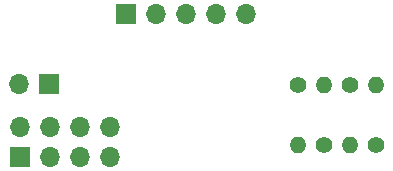
<source format=gbr>
%TF.GenerationSoftware,KiCad,Pcbnew,(5.1.8)-1*%
%TF.CreationDate,2020-12-30T10:18:30-07:00*%
%TF.ProjectId,Axle-Tx-PCB(STM32)v2,41786c65-2d54-4782-9d50-43422853544d,rev?*%
%TF.SameCoordinates,PX1a73ae0PY3563620*%
%TF.FileFunction,Soldermask,Bot*%
%TF.FilePolarity,Negative*%
%FSLAX46Y46*%
G04 Gerber Fmt 4.6, Leading zero omitted, Abs format (unit mm)*
G04 Created by KiCad (PCBNEW (5.1.8)-1) date 2020-12-30 10:18:30*
%MOMM*%
%LPD*%
G01*
G04 APERTURE LIST*
%ADD10O,1.400000X1.400000*%
%ADD11C,1.400000*%
%ADD12O,1.700000X1.700000*%
%ADD13R,1.700000X1.700000*%
G04 APERTURE END LIST*
D10*
%TO.C,SG4*%
X33883600Y10617200D03*
D11*
X33883600Y5537200D03*
%TD*%
D12*
%TO.C,J2*%
X11404600Y7112000D03*
X11404600Y4572000D03*
X8864600Y7112000D03*
X8864600Y4572000D03*
X6324600Y7112000D03*
X6324600Y4572000D03*
X3784600Y7112000D03*
D13*
X3784600Y4572000D03*
%TD*%
D12*
%TO.C,J1*%
X22936200Y16637000D03*
X20396200Y16637000D03*
X17856200Y16637000D03*
X15316200Y16637000D03*
D13*
X12776200Y16637000D03*
%TD*%
D10*
%TO.C,SG3*%
X31699200Y5542280D03*
D11*
X31699200Y10622280D03*
%TD*%
D10*
%TO.C,SG2*%
X29504640Y10637520D03*
D11*
X29504640Y5557520D03*
%TD*%
D10*
%TO.C,SG1*%
X27284680Y5572760D03*
D11*
X27284680Y10652760D03*
%TD*%
D12*
%TO.C,BatCon1*%
X3733800Y10769600D03*
D13*
X6273800Y10769600D03*
%TD*%
M02*

</source>
